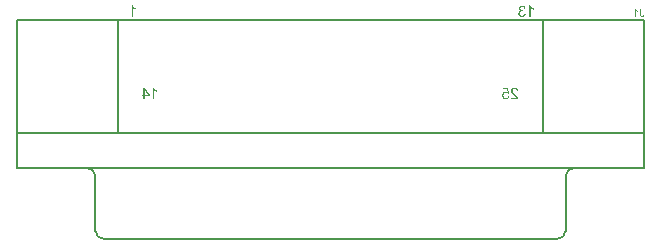
<source format=gbo>
G04*
G04 #@! TF.GenerationSoftware,Altium Limited,Altium Designer,19.0.10 (269)*
G04*
G04 Layer_Color=32896*
%FSLAX25Y25*%
%MOIN*%
G70*
G01*
G75*
%ADD21C,0.00787*%
G36*
X214282Y26380D02*
X214375Y26372D01*
X214463Y26358D01*
X214545Y26339D01*
X214621Y26317D01*
X214692Y26292D01*
X214755Y26268D01*
X214815Y26243D01*
X214867Y26216D01*
X214913Y26191D01*
X214951Y26167D01*
X214984Y26145D01*
X215009Y26129D01*
X215028Y26112D01*
X215039Y26104D01*
X215041Y26101D01*
X215099Y26047D01*
X215148Y25987D01*
X215194Y25924D01*
X215232Y25858D01*
X215268Y25790D01*
X215298Y25722D01*
X215323Y25656D01*
X215344Y25591D01*
X215361Y25531D01*
X215374Y25473D01*
X215385Y25422D01*
X215393Y25378D01*
X215402Y25342D01*
X215404Y25315D01*
Y25304D01*
X215407Y25296D01*
Y25293D01*
Y25291D01*
X214929Y25241D01*
X214927Y25307D01*
X214921Y25367D01*
X214910Y25424D01*
X214899Y25479D01*
X214883Y25528D01*
X214867Y25572D01*
X214847Y25615D01*
X214828Y25651D01*
X214812Y25684D01*
X214793Y25714D01*
X214776Y25738D01*
X214760Y25760D01*
X214749Y25774D01*
X214738Y25787D01*
X214733Y25793D01*
X214730Y25796D01*
X214692Y25831D01*
X214648Y25861D01*
X214605Y25888D01*
X214561Y25913D01*
X214514Y25932D01*
X214471Y25948D01*
X214427Y25962D01*
X214386Y25973D01*
X214345Y25981D01*
X214310Y25987D01*
X214277Y25992D01*
X214247Y25995D01*
X214225Y25998D01*
X214192D01*
X214135Y25995D01*
X214080Y25989D01*
X214029Y25981D01*
X213979Y25967D01*
X213936Y25954D01*
X213892Y25938D01*
X213854Y25921D01*
X213818Y25902D01*
X213788Y25886D01*
X213761Y25866D01*
X213736Y25850D01*
X213717Y25837D01*
X213701Y25823D01*
X213690Y25815D01*
X213685Y25809D01*
X213682Y25806D01*
X213646Y25771D01*
X213616Y25733D01*
X213589Y25695D01*
X213567Y25654D01*
X213548Y25615D01*
X213532Y25577D01*
X213518Y25539D01*
X213507Y25503D01*
X213499Y25471D01*
X213493Y25441D01*
X213488Y25413D01*
X213485Y25389D01*
X213482Y25370D01*
Y25356D01*
Y25345D01*
Y25342D01*
X213485Y25293D01*
X213491Y25244D01*
X213502Y25195D01*
X213515Y25146D01*
X213551Y25050D01*
X213573Y25007D01*
X213592Y24966D01*
X213611Y24927D01*
X213633Y24892D01*
X213649Y24862D01*
X213665Y24835D01*
X213682Y24815D01*
X213693Y24799D01*
X213698Y24788D01*
X213701Y24785D01*
X213745Y24728D01*
X213799Y24665D01*
X213857Y24602D01*
X213922Y24537D01*
X213988Y24469D01*
X214059Y24403D01*
X214127Y24338D01*
X214198Y24275D01*
X214263Y24215D01*
X214326Y24160D01*
X214381Y24108D01*
X214433Y24068D01*
X214474Y24032D01*
X214490Y24018D01*
X214504Y24005D01*
X214514Y23997D01*
X214523Y23988D01*
X214528Y23986D01*
X214531Y23983D01*
X214602Y23923D01*
X214670Y23865D01*
X214733Y23811D01*
X214793Y23759D01*
X214847Y23707D01*
X214897Y23661D01*
X214940Y23617D01*
X214981Y23576D01*
X215019Y23541D01*
X215050Y23508D01*
X215077Y23481D01*
X215099Y23456D01*
X215115Y23437D01*
X215126Y23423D01*
X215134Y23415D01*
X215137Y23412D01*
X215211Y23319D01*
X215273Y23229D01*
X215325Y23145D01*
X215350Y23107D01*
X215369Y23068D01*
X215385Y23035D01*
X215402Y23006D01*
X215415Y22978D01*
X215424Y22954D01*
X215432Y22934D01*
X215437Y22921D01*
X215443Y22913D01*
Y22910D01*
X215462Y22853D01*
X215475Y22795D01*
X215484Y22741D01*
X215489Y22694D01*
X215492Y22651D01*
X215494Y22634D01*
Y22618D01*
Y22607D01*
Y22599D01*
Y22593D01*
Y22591D01*
X212999D01*
Y23035D01*
X214850D01*
X214820Y23082D01*
X214788Y23128D01*
X214755Y23169D01*
X214725Y23208D01*
X214697Y23237D01*
X214675Y23262D01*
X214662Y23279D01*
X214656Y23284D01*
X214632Y23311D01*
X214599Y23341D01*
X214564Y23374D01*
X214523Y23412D01*
X214479Y23450D01*
X214435Y23491D01*
X214342Y23571D01*
X214299Y23609D01*
X214258Y23644D01*
X214222Y23677D01*
X214187Y23704D01*
X214160Y23729D01*
X214141Y23745D01*
X214127Y23759D01*
X214121Y23762D01*
X214031Y23838D01*
X213947Y23912D01*
X213870Y23980D01*
X213799Y24043D01*
X213734Y24103D01*
X213676Y24158D01*
X213622Y24207D01*
X213575Y24250D01*
X213534Y24291D01*
X213502Y24327D01*
X213472Y24357D01*
X213447Y24381D01*
X213428Y24400D01*
X213417Y24414D01*
X213409Y24422D01*
X213406Y24425D01*
X213368Y24472D01*
X213330Y24515D01*
X213297Y24559D01*
X213267Y24600D01*
X213212Y24679D01*
X213190Y24714D01*
X213171Y24747D01*
X213152Y24777D01*
X213139Y24805D01*
X213125Y24829D01*
X213117Y24848D01*
X213108Y24865D01*
X213103Y24875D01*
X213098Y24884D01*
Y24886D01*
X213068Y24968D01*
X213043Y25047D01*
X213027Y25124D01*
X213016Y25192D01*
X213013Y25222D01*
X213010Y25249D01*
X213007Y25271D01*
X213005Y25293D01*
Y25310D01*
Y25321D01*
Y25329D01*
Y25332D01*
X213007Y25413D01*
X213018Y25493D01*
X213035Y25566D01*
X213054Y25637D01*
X213078Y25703D01*
X213106Y25765D01*
X213136Y25823D01*
X213163Y25875D01*
X213193Y25921D01*
X213223Y25962D01*
X213250Y25998D01*
X213275Y26025D01*
X213294Y26049D01*
X213311Y26066D01*
X213321Y26077D01*
X213324Y26079D01*
X213387Y26134D01*
X213453Y26180D01*
X213521Y26219D01*
X213592Y26254D01*
X213663Y26284D01*
X213736Y26309D01*
X213805Y26328D01*
X213873Y26344D01*
X213936Y26358D01*
X213996Y26366D01*
X214048Y26374D01*
X214094Y26377D01*
X214132Y26380D01*
X214160Y26382D01*
X214184D01*
X214282Y26380D01*
D02*
G37*
G36*
X212421Y24379D02*
X211984Y24321D01*
X211943Y24379D01*
X211896Y24430D01*
X211850Y24474D01*
X211806Y24512D01*
X211765Y24543D01*
X211733Y24564D01*
X211719Y24573D01*
X211711Y24578D01*
X211705Y24583D01*
X211703D01*
X211634Y24619D01*
X211563Y24644D01*
X211495Y24663D01*
X211432Y24674D01*
X211402Y24679D01*
X211378Y24682D01*
X211353Y24684D01*
X211334D01*
X211318Y24687D01*
X211296D01*
X211230Y24684D01*
X211168Y24676D01*
X211107Y24665D01*
X211050Y24652D01*
X210998Y24635D01*
X210952Y24613D01*
X210908Y24594D01*
X210867Y24573D01*
X210832Y24551D01*
X210802Y24532D01*
X210774Y24512D01*
X210753Y24493D01*
X210733Y24480D01*
X210722Y24469D01*
X210714Y24461D01*
X210712Y24458D01*
X210673Y24414D01*
X210638Y24365D01*
X210608Y24316D01*
X210583Y24264D01*
X210561Y24209D01*
X210542Y24158D01*
X210529Y24108D01*
X210515Y24059D01*
X210507Y24010D01*
X210499Y23969D01*
X210493Y23928D01*
X210490Y23896D01*
Y23868D01*
X210488Y23846D01*
Y23835D01*
Y23830D01*
X210490Y23753D01*
X210499Y23683D01*
X210510Y23614D01*
X210523Y23549D01*
X210542Y23489D01*
X210561Y23434D01*
X210583Y23385D01*
X210602Y23339D01*
X210624Y23298D01*
X210646Y23262D01*
X210665Y23232D01*
X210684Y23208D01*
X210698Y23188D01*
X210709Y23172D01*
X210717Y23164D01*
X210720Y23161D01*
X210764Y23117D01*
X210810Y23079D01*
X210859Y23044D01*
X210905Y23016D01*
X210955Y22992D01*
X211001Y22970D01*
X211047Y22954D01*
X211091Y22943D01*
X211132Y22932D01*
X211170Y22924D01*
X211206Y22918D01*
X211233Y22913D01*
X211258D01*
X211274Y22910D01*
X211290D01*
X211342Y22913D01*
X211391Y22918D01*
X211438Y22926D01*
X211481Y22937D01*
X211525Y22951D01*
X211563Y22967D01*
X211602Y22981D01*
X211634Y23000D01*
X211664Y23016D01*
X211689Y23030D01*
X211714Y23046D01*
X211733Y23060D01*
X211749Y23071D01*
X211760Y23079D01*
X211765Y23085D01*
X211768Y23087D01*
X211804Y23123D01*
X211836Y23161D01*
X211864Y23202D01*
X211891Y23246D01*
X211913Y23289D01*
X211932Y23336D01*
X211965Y23420D01*
X211978Y23461D01*
X211989Y23500D01*
X211997Y23535D01*
X212006Y23565D01*
X212011Y23590D01*
X212014Y23606D01*
X212017Y23620D01*
Y23622D01*
X212503Y23582D01*
X212491Y23494D01*
X212472Y23412D01*
X212451Y23333D01*
X212426Y23259D01*
X212396Y23191D01*
X212363Y23128D01*
X212333Y23071D01*
X212300Y23019D01*
X212268Y22973D01*
X212238Y22932D01*
X212208Y22896D01*
X212183Y22866D01*
X212161Y22844D01*
X212145Y22828D01*
X212134Y22817D01*
X212131Y22814D01*
X212068Y22765D01*
X212003Y22719D01*
X211932Y22681D01*
X211864Y22648D01*
X211793Y22621D01*
X211722Y22599D01*
X211653Y22580D01*
X211588Y22563D01*
X211528Y22552D01*
X211471Y22544D01*
X211419Y22536D01*
X211375Y22533D01*
X211339Y22531D01*
X211312Y22528D01*
X211290D01*
X211176Y22533D01*
X211067Y22547D01*
X210965Y22571D01*
X210870Y22599D01*
X210780Y22634D01*
X210698Y22672D01*
X210624Y22713D01*
X210556Y22757D01*
X210496Y22801D01*
X210444Y22842D01*
X210400Y22880D01*
X210362Y22915D01*
X210335Y22945D01*
X210313Y22967D01*
X210302Y22981D01*
X210297Y22986D01*
X210245Y23057D01*
X210198Y23131D01*
X210157Y23205D01*
X210122Y23281D01*
X210095Y23355D01*
X210070Y23429D01*
X210051Y23500D01*
X210034Y23568D01*
X210021Y23631D01*
X210013Y23688D01*
X210004Y23740D01*
X210002Y23786D01*
X209999Y23822D01*
X209996Y23849D01*
Y23857D01*
Y23865D01*
Y23868D01*
Y23871D01*
X209999Y23969D01*
X210010Y24062D01*
X210029Y24152D01*
X210048Y24237D01*
X210075Y24313D01*
X210105Y24387D01*
X210136Y24452D01*
X210166Y24512D01*
X210198Y24567D01*
X210228Y24616D01*
X210258Y24657D01*
X210283Y24690D01*
X210305Y24717D01*
X210324Y24736D01*
X210335Y24750D01*
X210338Y24753D01*
X210403Y24813D01*
X210471Y24867D01*
X210542Y24911D01*
X210613Y24952D01*
X210684Y24985D01*
X210753Y25012D01*
X210821Y25037D01*
X210884Y25053D01*
X210944Y25067D01*
X211001Y25078D01*
X211050Y25086D01*
X211094Y25091D01*
X211126Y25094D01*
X211154Y25097D01*
X211176D01*
X211244Y25094D01*
X211315Y25086D01*
X211380Y25075D01*
X211446Y25058D01*
X211506Y25042D01*
X211566Y25023D01*
X211621Y25001D01*
X211672Y24979D01*
X211719Y24955D01*
X211763Y24936D01*
X211798Y24914D01*
X211828Y24897D01*
X211856Y24881D01*
X211872Y24870D01*
X211885Y24862D01*
X211888Y24859D01*
X211686Y25877D01*
X210174D01*
Y26320D01*
X212055D01*
X212421Y24379D01*
D02*
G37*
G36*
X93933Y26311D02*
X93960Y26264D01*
X94023Y26174D01*
X94091Y26090D01*
X94126Y26049D01*
X94159Y26010D01*
X94192Y25978D01*
X94222Y25945D01*
X94249Y25918D01*
X94274Y25893D01*
X94293Y25874D01*
X94307Y25860D01*
X94318Y25852D01*
X94320Y25849D01*
X94432Y25756D01*
X94550Y25672D01*
X94664Y25595D01*
X94719Y25563D01*
X94771Y25530D01*
X94817Y25502D01*
X94861Y25478D01*
X94902Y25456D01*
X94934Y25440D01*
X94962Y25426D01*
X94984Y25415D01*
X94994Y25410D01*
X95000Y25407D01*
Y24959D01*
X94918Y24992D01*
X94833Y25030D01*
X94752Y25069D01*
X94675Y25107D01*
X94642Y25126D01*
X94610Y25142D01*
X94582Y25159D01*
X94560Y25172D01*
X94541Y25180D01*
X94525Y25189D01*
X94517Y25194D01*
X94514Y25197D01*
X94416Y25257D01*
X94372Y25287D01*
X94328Y25314D01*
X94290Y25344D01*
X94255Y25369D01*
X94222Y25396D01*
X94189Y25418D01*
X94165Y25440D01*
X94140Y25459D01*
X94118Y25478D01*
X94102Y25492D01*
X94088Y25502D01*
X94080Y25511D01*
X94074Y25516D01*
X94072Y25519D01*
Y22565D01*
X93608D01*
Y26357D01*
X93908D01*
X93933Y26311D01*
D02*
G37*
G36*
X92570Y23895D02*
Y23469D01*
X90932D01*
Y22565D01*
X90468D01*
Y23469D01*
X89958D01*
Y23895D01*
X90468D01*
Y26343D01*
X90848D01*
X92570Y23895D01*
D02*
G37*
G36*
X216817Y53789D02*
X216896Y53781D01*
X216973Y53767D01*
X217044Y53751D01*
X217109Y53732D01*
X217169Y53710D01*
X217227Y53688D01*
X217279Y53664D01*
X217325Y53639D01*
X217366Y53617D01*
X217402Y53595D01*
X217431Y53576D01*
X217456Y53560D01*
X217472Y53546D01*
X217483Y53538D01*
X217486Y53535D01*
X217541Y53486D01*
X217590Y53432D01*
X217634Y53374D01*
X217672Y53314D01*
X217707Y53254D01*
X217740Y53194D01*
X217767Y53134D01*
X217792Y53077D01*
X217811Y53022D01*
X217827Y52973D01*
X217841Y52929D01*
X217852Y52888D01*
X217860Y52856D01*
X217865Y52834D01*
X217871Y52817D01*
Y52815D01*
Y52812D01*
X217407Y52730D01*
X217396Y52793D01*
X217382Y52850D01*
X217369Y52902D01*
X217350Y52951D01*
X217333Y52997D01*
X217311Y53039D01*
X217292Y53077D01*
X217273Y53112D01*
X217254Y53140D01*
X217238Y53167D01*
X217221Y53189D01*
X217208Y53205D01*
X217194Y53219D01*
X217186Y53230D01*
X217180Y53235D01*
X217178Y53238D01*
X217142Y53268D01*
X217107Y53295D01*
X217068Y53317D01*
X217030Y53336D01*
X216992Y53355D01*
X216956Y53369D01*
X216885Y53388D01*
X216853Y53396D01*
X216823Y53402D01*
X216795Y53404D01*
X216771Y53407D01*
X216754Y53410D01*
X216727D01*
X216678Y53407D01*
X216629Y53402D01*
X216585Y53393D01*
X216542Y53382D01*
X216503Y53372D01*
X216465Y53355D01*
X216432Y53342D01*
X216402Y53325D01*
X216375Y53309D01*
X216350Y53295D01*
X216331Y53279D01*
X216312Y53268D01*
X216299Y53257D01*
X216290Y53249D01*
X216285Y53243D01*
X216282Y53241D01*
X216252Y53208D01*
X216225Y53175D01*
X216200Y53140D01*
X216181Y53104D01*
X216165Y53069D01*
X216151Y53033D01*
X216129Y52968D01*
X216121Y52938D01*
X216116Y52910D01*
X216113Y52883D01*
X216110Y52864D01*
X216107Y52845D01*
Y52831D01*
Y52823D01*
Y52820D01*
X216110Y52763D01*
X216118Y52708D01*
X216129Y52656D01*
X216146Y52610D01*
X216162Y52566D01*
X216181Y52528D01*
X216203Y52492D01*
X216225Y52460D01*
X216249Y52432D01*
X216268Y52408D01*
X216290Y52389D01*
X216307Y52372D01*
X216323Y52359D01*
X216334Y52350D01*
X216342Y52345D01*
X216345Y52342D01*
X216389Y52315D01*
X216435Y52293D01*
X216481Y52271D01*
X216528Y52255D01*
X216618Y52228D01*
X216659Y52217D01*
X216700Y52209D01*
X216738Y52203D01*
X216771Y52198D01*
X216801Y52195D01*
X216828Y52192D01*
X216847Y52189D01*
X216899D01*
X216924Y52192D01*
X216935D01*
X216943Y52195D01*
X216951D01*
X217003Y51788D01*
X216932Y51805D01*
X216869Y51815D01*
X216814Y51826D01*
X216765Y51832D01*
X216727Y51835D01*
X216700Y51837D01*
X216675D01*
X216615Y51835D01*
X216561Y51829D01*
X216506Y51818D01*
X216457Y51805D01*
X216410Y51788D01*
X216367Y51772D01*
X216326Y51753D01*
X216290Y51734D01*
X216258Y51714D01*
X216228Y51695D01*
X216203Y51679D01*
X216184Y51663D01*
X216167Y51649D01*
X216154Y51638D01*
X216148Y51632D01*
X216146Y51630D01*
X216107Y51589D01*
X216077Y51548D01*
X216047Y51504D01*
X216023Y51461D01*
X216004Y51417D01*
X215987Y51373D01*
X215974Y51329D01*
X215963Y51289D01*
X215952Y51250D01*
X215946Y51215D01*
X215941Y51182D01*
X215938Y51157D01*
X215935Y51133D01*
Y51117D01*
Y51106D01*
Y51103D01*
X215938Y51043D01*
X215946Y50983D01*
X215957Y50928D01*
X215971Y50876D01*
X215987Y50824D01*
X216006Y50781D01*
X216028Y50737D01*
X216047Y50699D01*
X216069Y50663D01*
X216091Y50633D01*
X216110Y50606D01*
X216126Y50584D01*
X216140Y50565D01*
X216151Y50554D01*
X216159Y50546D01*
X216162Y50543D01*
X216206Y50502D01*
X216249Y50470D01*
X216296Y50440D01*
X216342Y50412D01*
X216389Y50390D01*
X216435Y50371D01*
X216481Y50358D01*
X216522Y50344D01*
X216563Y50336D01*
X216599Y50328D01*
X216632Y50325D01*
X216662Y50319D01*
X216684D01*
X216703Y50317D01*
X216716D01*
X216768Y50319D01*
X216814Y50325D01*
X216861Y50333D01*
X216905Y50344D01*
X216946Y50358D01*
X216984Y50371D01*
X217019Y50388D01*
X217052Y50404D01*
X217082Y50418D01*
X217107Y50434D01*
X217131Y50448D01*
X217148Y50461D01*
X217164Y50472D01*
X217175Y50481D01*
X217180Y50486D01*
X217183Y50489D01*
X217218Y50524D01*
X217249Y50562D01*
X217279Y50606D01*
X217306Y50652D01*
X217352Y50745D01*
X217390Y50841D01*
X217404Y50884D01*
X217418Y50925D01*
X217429Y50961D01*
X217437Y50994D01*
X217445Y51021D01*
X217451Y51043D01*
X217453Y51054D01*
Y51059D01*
X217917Y50996D01*
X217906Y50909D01*
X217890Y50827D01*
X217865Y50751D01*
X217841Y50677D01*
X217811Y50609D01*
X217781Y50546D01*
X217748Y50486D01*
X217715Y50434D01*
X217683Y50388D01*
X217653Y50347D01*
X217623Y50311D01*
X217598Y50281D01*
X217576Y50257D01*
X217560Y50240D01*
X217549Y50229D01*
X217546Y50227D01*
X217483Y50175D01*
X217415Y50128D01*
X217347Y50090D01*
X217279Y50057D01*
X217208Y50027D01*
X217139Y50003D01*
X217071Y49984D01*
X217008Y49970D01*
X216948Y49956D01*
X216894Y49948D01*
X216845Y49940D01*
X216801Y49937D01*
X216768Y49935D01*
X216741Y49932D01*
X216719D01*
X216618Y49935D01*
X216522Y49945D01*
X216430Y49964D01*
X216345Y49986D01*
X216263Y50011D01*
X216189Y50041D01*
X216118Y50071D01*
X216056Y50104D01*
X216001Y50137D01*
X215949Y50166D01*
X215908Y50197D01*
X215873Y50221D01*
X215843Y50243D01*
X215824Y50262D01*
X215813Y50273D01*
X215807Y50276D01*
X215744Y50341D01*
X215687Y50410D01*
X215638Y50481D01*
X215597Y50551D01*
X215561Y50622D01*
X215531Y50693D01*
X215510Y50759D01*
X215491Y50824D01*
X215474Y50884D01*
X215463Y50939D01*
X215455Y50988D01*
X215450Y51032D01*
X215447Y51065D01*
X215444Y51092D01*
Y51108D01*
Y51114D01*
X215447Y51182D01*
X215452Y51245D01*
X215460Y51305D01*
X215474Y51362D01*
X215488Y51417D01*
X215501Y51466D01*
X215521Y51512D01*
X215537Y51556D01*
X215553Y51594D01*
X215570Y51627D01*
X215586Y51654D01*
X215600Y51679D01*
X215613Y51698D01*
X215621Y51712D01*
X215627Y51720D01*
X215630Y51723D01*
X215665Y51766D01*
X215706Y51807D01*
X215747Y51843D01*
X215788Y51876D01*
X215832Y51906D01*
X215875Y51930D01*
X215919Y51955D01*
X215960Y51974D01*
X215998Y51993D01*
X216034Y52007D01*
X216067Y52020D01*
X216096Y52028D01*
X216118Y52037D01*
X216138Y52042D01*
X216148Y52045D01*
X216151D01*
X216105Y52067D01*
X216061Y52091D01*
X216020Y52118D01*
X215982Y52143D01*
X215946Y52170D01*
X215916Y52198D01*
X215886Y52222D01*
X215862Y52247D01*
X215837Y52271D01*
X215818Y52293D01*
X215802Y52312D01*
X215788Y52329D01*
X215777Y52342D01*
X215769Y52353D01*
X215766Y52359D01*
X215763Y52362D01*
X215739Y52400D01*
X215720Y52438D01*
X215701Y52479D01*
X215687Y52517D01*
X215662Y52591D01*
X215646Y52662D01*
X215641Y52692D01*
X215638Y52722D01*
X215632Y52746D01*
Y52768D01*
X215630Y52785D01*
Y52798D01*
Y52806D01*
Y52809D01*
X215632Y52858D01*
X215635Y52905D01*
X215651Y52995D01*
X215673Y53077D01*
X215687Y53112D01*
X215698Y53148D01*
X215712Y53180D01*
X215725Y53208D01*
X215736Y53235D01*
X215747Y53254D01*
X215755Y53273D01*
X215763Y53284D01*
X215766Y53292D01*
X215769Y53295D01*
X215796Y53336D01*
X215826Y53377D01*
X215889Y53448D01*
X215955Y53511D01*
X216020Y53563D01*
X216050Y53584D01*
X216077Y53604D01*
X216102Y53620D01*
X216124Y53634D01*
X216143Y53645D01*
X216157Y53653D01*
X216165Y53655D01*
X216167Y53658D01*
X216217Y53683D01*
X216266Y53702D01*
X216315Y53721D01*
X216367Y53735D01*
X216462Y53759D01*
X216506Y53767D01*
X216550Y53776D01*
X216588Y53781D01*
X216623Y53784D01*
X216656Y53789D01*
X216684D01*
X216705Y53792D01*
X216735D01*
X216817Y53789D01*
D02*
G37*
G36*
X219433Y53746D02*
X219460Y53699D01*
X219523Y53609D01*
X219591Y53524D01*
X219626Y53483D01*
X219659Y53445D01*
X219692Y53412D01*
X219722Y53380D01*
X219749Y53352D01*
X219774Y53328D01*
X219793Y53309D01*
X219807Y53295D01*
X219817Y53287D01*
X219820Y53284D01*
X219932Y53191D01*
X220050Y53107D01*
X220164Y53030D01*
X220219Y52997D01*
X220271Y52965D01*
X220317Y52938D01*
X220361Y52913D01*
X220402Y52891D01*
X220434Y52875D01*
X220462Y52861D01*
X220484Y52850D01*
X220495Y52845D01*
X220500Y52842D01*
Y52394D01*
X220418Y52427D01*
X220334Y52465D01*
X220252Y52503D01*
X220175Y52542D01*
X220142Y52561D01*
X220110Y52577D01*
X220082Y52593D01*
X220060Y52607D01*
X220041Y52615D01*
X220025Y52623D01*
X220017Y52629D01*
X220014Y52632D01*
X219916Y52692D01*
X219872Y52722D01*
X219828Y52749D01*
X219790Y52779D01*
X219755Y52804D01*
X219722Y52831D01*
X219689Y52853D01*
X219665Y52875D01*
X219640Y52894D01*
X219618Y52913D01*
X219602Y52927D01*
X219588Y52938D01*
X219580Y52946D01*
X219574Y52951D01*
X219572Y52954D01*
Y50000D01*
X219108D01*
Y53792D01*
X219408D01*
X219433Y53746D01*
D02*
G37*
G36*
X86933D02*
X86960Y53699D01*
X87023Y53609D01*
X87091Y53524D01*
X87126Y53483D01*
X87159Y53445D01*
X87192Y53412D01*
X87222Y53380D01*
X87249Y53352D01*
X87274Y53328D01*
X87293Y53309D01*
X87307Y53295D01*
X87318Y53287D01*
X87320Y53284D01*
X87432Y53191D01*
X87550Y53107D01*
X87664Y53030D01*
X87719Y52997D01*
X87771Y52965D01*
X87817Y52938D01*
X87861Y52913D01*
X87902Y52891D01*
X87934Y52875D01*
X87962Y52861D01*
X87984Y52850D01*
X87994Y52845D01*
X88000Y52842D01*
Y52394D01*
X87918Y52427D01*
X87833Y52465D01*
X87752Y52503D01*
X87675Y52542D01*
X87642Y52561D01*
X87610Y52577D01*
X87582Y52593D01*
X87560Y52607D01*
X87541Y52615D01*
X87525Y52623D01*
X87517Y52629D01*
X87514Y52632D01*
X87416Y52692D01*
X87372Y52722D01*
X87328Y52749D01*
X87290Y52779D01*
X87255Y52804D01*
X87222Y52831D01*
X87189Y52853D01*
X87165Y52875D01*
X87140Y52894D01*
X87118Y52913D01*
X87102Y52927D01*
X87088Y52938D01*
X87080Y52946D01*
X87075Y52951D01*
X87072Y52954D01*
Y50000D01*
X86608D01*
Y53792D01*
X86908D01*
X86933Y53746D01*
D02*
G37*
G36*
X254695Y52538D02*
X254714Y52507D01*
X254756Y52446D01*
X254803Y52388D01*
X254827Y52361D01*
X254849Y52335D01*
X254871Y52312D01*
X254891Y52290D01*
X254910Y52272D01*
X254927Y52255D01*
X254940Y52242D01*
X254949Y52233D01*
X254956Y52227D01*
X254958Y52226D01*
X255034Y52163D01*
X255114Y52105D01*
X255191Y52053D01*
X255228Y52031D01*
X255263Y52009D01*
X255295Y51991D01*
X255324Y51974D01*
X255352Y51959D01*
X255374Y51948D01*
X255393Y51939D01*
X255408Y51931D01*
X255415Y51928D01*
X255419Y51926D01*
Y51622D01*
X255363Y51645D01*
X255306Y51671D01*
X255250Y51696D01*
X255199Y51722D01*
X255176Y51735D01*
X255154Y51746D01*
X255136Y51758D01*
X255121Y51767D01*
X255108Y51772D01*
X255097Y51778D01*
X255091Y51782D01*
X255089Y51783D01*
X255023Y51824D01*
X254993Y51844D01*
X254964Y51863D01*
X254938Y51883D01*
X254914Y51900D01*
X254891Y51918D01*
X254869Y51933D01*
X254853Y51948D01*
X254836Y51961D01*
X254821Y51974D01*
X254810Y51983D01*
X254801Y51991D01*
X254795Y51996D01*
X254792Y52000D01*
X254790Y52002D01*
Y50000D01*
X254475D01*
Y52570D01*
X254679D01*
X254695Y52538D01*
D02*
G37*
G36*
X256423Y50796D02*
Y50755D01*
X256425Y50718D01*
X256427Y50684D01*
X256429Y50653D01*
X256431Y50624D01*
X256434Y50598D01*
X256438Y50573D01*
X256440Y50553D01*
X256444Y50535D01*
X256447Y50518D01*
X256451Y50505D01*
X256453Y50494D01*
X256455Y50486D01*
X256457Y50481D01*
X256458Y50477D01*
Y50476D01*
X256473Y50440D01*
X256494Y50409D01*
X256514Y50381D01*
X256536Y50359D01*
X256555Y50340D01*
X256571Y50327D01*
X256582Y50320D01*
X256584Y50316D01*
X256586D01*
X256621Y50298D01*
X256660Y50283D01*
X256697Y50274D01*
X256730Y50266D01*
X256760Y50263D01*
X256773Y50261D01*
X256784D01*
X256793Y50259D01*
X256806D01*
X256838Y50261D01*
X256867Y50265D01*
X256895Y50268D01*
X256923Y50276D01*
X256947Y50283D01*
X256969Y50292D01*
X256989Y50303D01*
X257008Y50313D01*
X257025Y50322D01*
X257037Y50333D01*
X257050Y50342D01*
X257060Y50350D01*
X257067Y50357D01*
X257074Y50363D01*
X257076Y50364D01*
X257078Y50366D01*
X257095Y50388D01*
X257112Y50414D01*
X257124Y50444D01*
X257137Y50474D01*
X257156Y50540D01*
X257169Y50607D01*
X257174Y50640D01*
X257178Y50670D01*
X257182Y50696D01*
X257184Y50720D01*
X257186Y50740D01*
X257187Y50755D01*
Y50764D01*
Y50768D01*
X257493Y50725D01*
Y50657D01*
X257487Y50592D01*
X257480Y50531D01*
X257469Y50476D01*
X257456Y50424D01*
X257443Y50375D01*
X257426Y50333D01*
X257409Y50294D01*
X257395Y50261D01*
X257378Y50231D01*
X257363Y50207D01*
X257350Y50187D01*
X257339Y50170D01*
X257330Y50159D01*
X257324Y50152D01*
X257322Y50150D01*
X257287Y50117D01*
X257248Y50087D01*
X257208Y50061D01*
X257165Y50039D01*
X257123Y50020D01*
X257080Y50004D01*
X257037Y49993D01*
X256997Y49981D01*
X256958Y49974D01*
X256921Y49968D01*
X256888Y49963D01*
X256860Y49961D01*
X256836Y49959D01*
X256819Y49957D01*
X256804D01*
X256762Y49959D01*
X256723Y49961D01*
X256684Y49967D01*
X256647Y49972D01*
X256614Y49980D01*
X256580Y49987D01*
X256551Y49995D01*
X256523Y50004D01*
X256497Y50013D01*
X256475Y50020D01*
X256457Y50028D01*
X256440Y50035D01*
X256427Y50041D01*
X256418Y50046D01*
X256412Y50048D01*
X256410Y50050D01*
X256379Y50068D01*
X256351Y50089D01*
X256325Y50109D01*
X256301Y50131D01*
X256279Y50154D01*
X256259Y50176D01*
X256240Y50198D01*
X256224Y50218D01*
X256211Y50239D01*
X256198Y50257D01*
X256187Y50274D01*
X256179Y50289D01*
X256172Y50301D01*
X256168Y50311D01*
X256164Y50316D01*
Y50318D01*
X256150Y50353D01*
X256138Y50390D01*
X256127Y50429D01*
X256118Y50470D01*
X256103Y50553D01*
X256100Y50594D01*
X256094Y50633D01*
X256092Y50670D01*
X256088Y50705D01*
X256087Y50736D01*
Y50762D01*
X256085Y50784D01*
Y50801D01*
Y50812D01*
Y50816D01*
Y52560D01*
X256423D01*
Y50796D01*
D02*
G37*
%LPC*%
G36*
X90932Y25598D02*
Y23895D01*
X92117D01*
X90932Y25598D01*
D02*
G37*
%LPD*%
D21*
X228425Y-24024D02*
G03*
X231161Y-21287I0J2736D01*
G01*
X74488Y-3158D02*
G03*
X71752Y-421I-2736J0D01*
G01*
X233917D02*
G03*
X231181Y-3158I0J-2736D01*
G01*
X74508Y-21287D02*
G03*
X77244Y-24024I2736J0D01*
G01*
X257362Y-402D02*
Y48811D01*
X48307Y-402D02*
Y48811D01*
X257362D01*
X223701Y11409D02*
Y48811D01*
X48307Y-402D02*
X257362D01*
X81968Y11409D02*
Y48811D01*
X77244Y-24024D02*
X228425D01*
X231181Y-21268D02*
Y-3158D01*
X74488Y-21268D02*
Y-3158D01*
X48307Y11409D02*
X257362D01*
M02*

</source>
